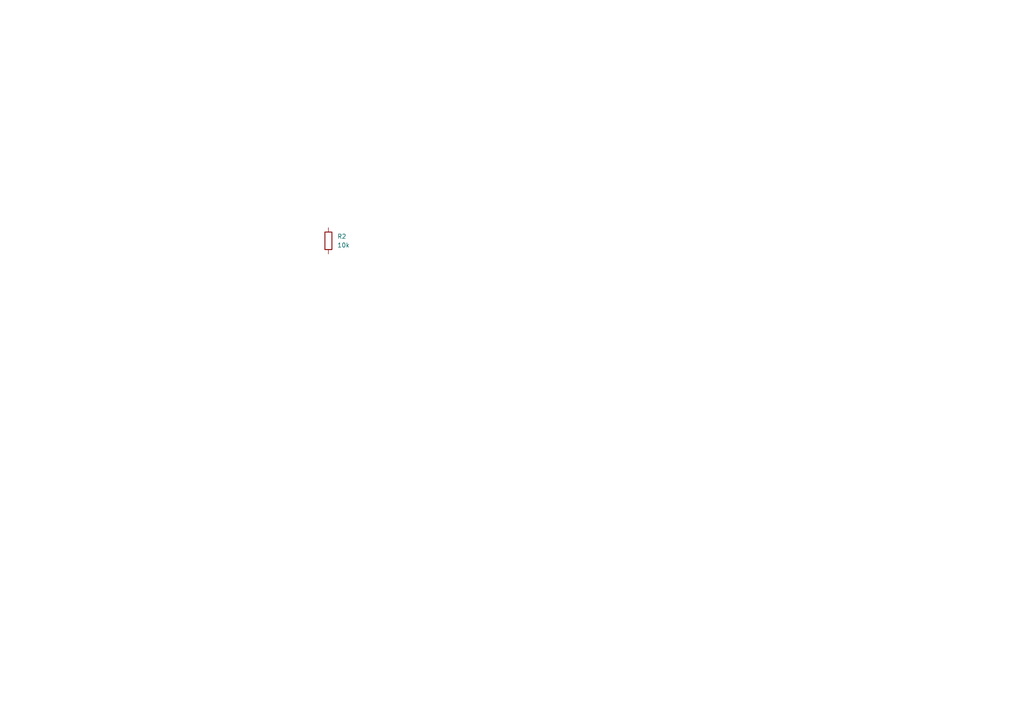
<source format=kicad_sch>
(kicad_sch (version 20250114) (generator "eeschema") (generator_version "9.0")
  (paper "A4")
  (lib_symbols
    (symbol "Device:R" (pin_numbers (hide yes)) (pin_names (offset 0))
      (property "Reference" "R" (at 2.032 0 90))
      (property "Value" "R" (at 0 0 90))
      (symbol "R_0_1"
        (rectangle (start -1.016 -2.54) (end 1.016 2.54) (stroke (width 0.254)))
      )
      (symbol "R_1_1"
        (pin passive line (at 0 3.81 270) (length 1.27) (name "~") (number "1"))
        (pin passive line (at 0 -3.81 90) (length 1.27) (name "~") (number "2"))
      )
    )
  )
  (symbol (lib_id "Device:R") (at 95.25 69.85 0) (unit 1)
    (property "Reference" "R2" (at 97.79 68.5799 0) (effects (justify left)))
    (property "Value" "10k" (at 97.79 71.1199 0) (effects (justify left)))
    (property "Footprint" "Resistor_SMD:R_0603_1608Metric" (effects (hide yes)))
    (property "Description" "Resistor" (effects (hide yes)))
  )
)
</source>
